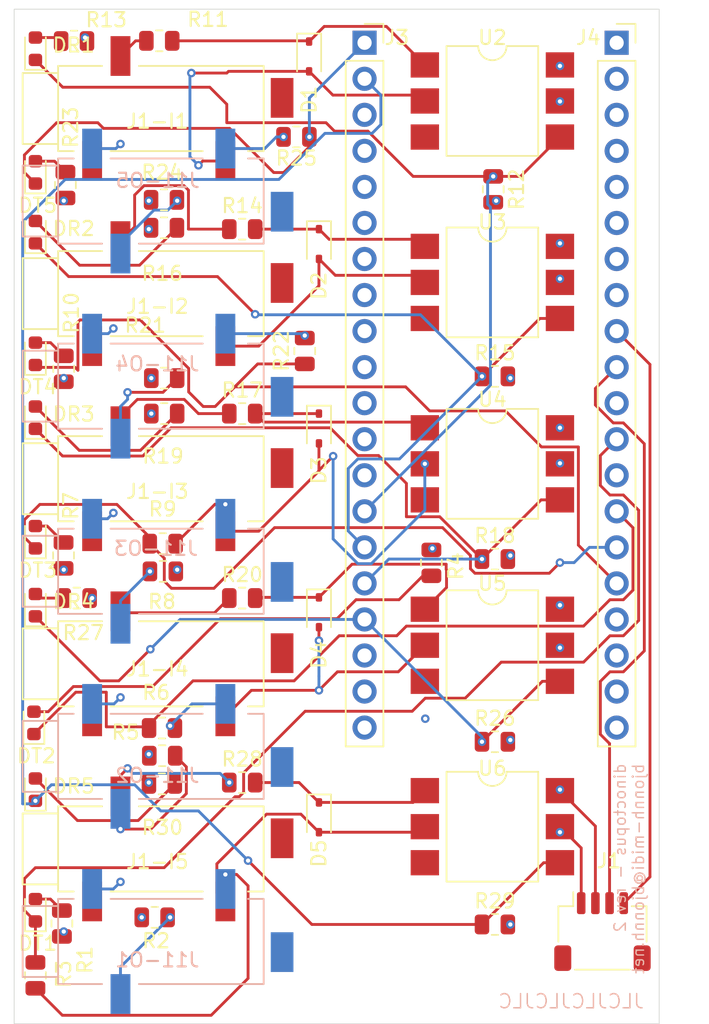
<source format=kicad_pcb>
(kicad_pcb (version 20240108) (generator "pcbnew") (generator_version "8.0")
  (layers (0 "F.Cu" signal) (1 "In1.Cu" signal) (2 "In2.Cu" signal) (31 "B.Cu" signal) (34 "B.Paste" user) (35 "F.Paste" user) (36 "B.SilkS" user "B.Silkscreen") (37 "F.SilkS" user "F.Silkscreen") (38 "B.Mask" user) (39 "F.Mask" user) (44 "Edge.Cuts" user))
  (net 0 "")
  (net 1 "Net-(D1-K)")
  (net 2 "Net-(D1-A)")
  (net 3 "Net-(D2-K)")
  (net 4 "Net-(D2-A)")
  (net 5 "Net-(D3-K)")
  (net 6 "Net-(D3-A)")
  (net 7 "Net-(D4-K)")
  (net 8 "Net-(D4-A)")
  (net 9 "Net-(D5-K)")
  (net 10 "Net-(D5-A)")
  (net 11 "+3V3")
  (net 12 "Net-(J11-O1-Pad3)")
  (net 13 "Net-(J11-O1-Pad2)")
  (net 14 "/Midi Output 1/TX")
  (net 15 "Net-(J11-O2-Pad3)")
  (net 16 "Net-(J11-O2-Pad2)")
  (net 17 "/Midi Output 2/TX")
  (net 18 "Net-(J11-O3-Pad3)")
  (net 19 "/Midi Output 3/TX")
  (net 20 "Net-(J11-O3-Pad2)")
  (net 21 "Net-(J11-O4-Pad3)")
  (net 22 "Net-(J11-O4-Pad2)")
  (net 23 "/Midi Output 4/TX")
  (net 24 "Net-(J11-O5-Pad3)")
  (net 25 "/Midi Output 5/TX")
  (net 26 "Net-(J11-O5-Pad2)")
  (net 27 "Net-(J1-I1-Pad3)")
  (net 28 "/MIDI input 1/RX")
  (net 29 "Net-(J1-I2-Pad3)")
  (net 30 "/MIDI input 2/RX")
  (net 31 "Net-(J1-I3-Pad3)")
  (net 32 "/MIDI input 3/RX")
  (net 33 "Net-(J1-I4-Pad3)")
  (net 34 "/MIDI input 4/RX")
  (net 35 "Net-(J1-I5-Pad3)")
  (net 36 "/MIDI input 5/RX")
  (net 37 "GND")
  (net 58 "Net-(DR1-A)")
  (net 59 "Net-(DR2-A)")
  (net 60 "Net-(DR3-A)")
  (net 61 "Net-(DR4-A)")
  (net 62 "Net-(DR5-A)")
  (net 63 "Net-(DT1-A)")
  (net 64 "Net-(DT2-A)")
  (net 65 "Net-(DT3-A)")
  (net 66 "Net-(DT4-A)")
  (net 67 "Net-(DT5-A)")
  (net 68 "Net-(J1-Pin_4)")
  (net 69 "Net-(J1-Pin_3)")
  (net 70 "Net-(J3-Pin_19)")
  (net 71 "Net-(J3-Pin_12)")
  (net 72 "Net-(J3-Pin_18)")
  (net 73 "Net-(J3-Pin_4)")
  (net 74 "Net-(J3-Pin_8)")
  (net 75 "Net-(J3-Pin_6)")
  (net 76 "Net-(J3-Pin_20)")
  (net 77 "Net-(J3-Pin_9)")
  (net 78 "Net-(J3-Pin_10)")
  (net 79 "Net-(J3-Pin_5)")
  (net 80 "Net-(J3-Pin_13)")
  (net 81 "Net-(J3-Pin_11)")
  (net 82 "Net-(J3-Pin_7)")
  (net 83 "Net-(J3-Pin_3)")
  (net 84 "Net-(J4-Pin_18)")
  (net 85 "Net-(J4-Pin_11)")
  (net 86 "Net-(J4-Pin_8)")
  (net 87 "Net-(J4-Pin_20)")
  (net 88 "Net-(J4-Pin_1)")
  (net 89 "Net-(J4-Pin_7)")
  (net 90 "Net-(J4-Pin_13)")
  (net 91 "Net-(J4-Pin_6)")
  (net 92 "Net-(J4-Pin_19)")
  (net 93 "Net-(J4-Pin_2)")
  (net 94 "Net-(J4-Pin_17)")
  (net 95 "Net-(J4-Pin_4)")
  (footprint "Resistor_SMD:R_0805_2012Metric" (layer "F.Cu") (at 30.725863 31.751227 180)
    (property "Reference" "R13")
    (property "Value" "2.2K")
  )
  (footprint "Resistor_SMD:R_0805_2012Metric" (layer "F.Cu") (at 37.0875 58)
    (property "Reference" "R19")
    (property "Value" "2.2K")
  )
  (footprint "Library:CUI_SJ-3524-SMT" (layer "F.Cu") (at 33.1 75.633332)
    (property "Reference" "J1-I4")
    (property "Value" "SJ-3524-SMT" (hide yes))
  )
  (footprint "Resistor_SMD:R_0805_2012Metric" (layer "F.Cu") (at 60.4125 94)
    (property "Reference" "R29")
    (property "Value" "470")
  )
  (footprint "Resistor_SMD:R_0805_2012Metric" (layer "F.Cu") (at 60.4125 55.375)
    (property "Reference" "R15")
    (property "Value" "470")
  )
  (footprint "Resistor_SMD:R_0805_2012Metric" (layer "F.Cu") (at 30.9125 71 180)
    (property "Reference" "R27")
    (property "Value" "2.2K")
  )
  (footprint "Resistor_SMD:R_0805_2012Metric" (layer "F.Cu") (at 37.069982 42.936895)
    (property "Reference" "R24")
    (property "Value" "33")
  )
  (footprint "Resistor_SMD:R_0805_2012Metric" (layer "F.Cu") (at 29.98436 67.992893 90)
    (property "Reference" "R7")
    (property "Value" "2.2K")
  )
  (footprint "Resistor_SMD:R_0805_2012Metric" (layer "F.Cu") (at 36.928922 80.158175)
    (property "Reference" "R6")
    (property "Value" "10")
  )
  (footprint "Diode_SMD:D_SOD-323" (layer "F.Cu") (at 47.306411 32.830718 -90)
    (property "Reference" "D1")
    (property "Value" "1N4148WS")
  )
  (footprint "Library:rx_with_light_pipe" (layer "F.Cu") (at 28 71.5 90)
    (property "Reference" "DR4")
    (property "Value" "LED")
  )
  (footprint "Library:rx_with_light_pipe" (layer "F.Cu") (at 28 45.2125 90)
    (property "Reference" "DR2")
    (property "Value" "LED")
  )
  (footprint "Library:rx_with_light_pipe" (layer "F.Cu") (at 28 58.2875 90)
    (property "Reference" "DR3")
    (property "Value" "LED")
  )
  (footprint "Package_DIP:SMDIP-6_W9.53mm" (layer "F.Cu") (at 60.235 87.11)
    (property "Reference" "U6")
    (property "Value" "H11L1")
  )
  (footprint "Resistor_SMD:R_0805_2012Metric" (layer "F.Cu") (at 36.990603 69.120171 180)
    (property "Reference" "R8")
    (property "Value" "33")
  )
  (footprint "Diode_SMD:D_SOD-323" (layer "F.Cu") (at 48 46.05 -90)
    (property "Reference" "D2")
    (property "Value" "1N4148WS")
  )
  (footprint "Library:CUI_SJ-3524-SMT" (layer "F.Cu") (at 33.1 36.5)
    (property "Reference" "J1-I1")
    (property "Value" "SJ-3524-SMT" (hide yes))
  )
  (footprint "Connector_PinSocket_2.54mm:PinSocket_1x20_P2.54mm_Vertical" (layer "F.Cu") (at 69 31.866932)
    (property "Reference" "J4")
    (property "Value" "Conn_01x20_Pin")
  )
  (footprint "Diode_SMD:D_SOD-323" (layer "F.Cu") (at 48 59.05 -90)
    (property "Reference" "D3")
    (property "Value" "1N4148WS")
  )
  (footprint "Resistor_SMD:R_0805_2012Metric" (layer "F.Cu") (at 47 53.5875 90)
    (property "Reference" "R22")
    (property "Value" "10")
  )
  (footprint "Library:rx_with_light_pipe" (layer "F.Cu") (at 28 32.2875 90)
    (property "Reference" "DR1")
    (property "Value" "LED")
  )
  (footprint "Resistor_SMD:R_0805_2012Metric" (layer "F.Cu") (at 36.976655 67.165349)
    (property "Reference" "R9")
    (property "Value" "10")
  )
  (footprint "Resistor_SMD:R_0805_2012Metric" (layer "F.Cu") (at 37.069982 44.906343)
    (property "Reference" "R16")
    (property "Value" "2.2K")
  )
  (footprint "Resistor_SMD:R_0805_2012Metric" (layer "F.Cu") (at 29.86859 93.93296 90)
    (property "Reference" "R1")
    (property "Value" "2.2K")
  )
  (footprint "Library:tx_with_light_pipe" (layer "F.Cu") (at 27.895079 79.794702 90)
    (property "Reference" "DT2")
    (property "Value" "LED")
  )
  (footprint "Library:tx_with_light_pipe" (layer "F.Cu") (at 28 93 90)
    (property "Reference" "DT1")
    (property "Value" "LED")
  )
  (footprint "Resistor_SMD:R_0805_2012Metric" (layer "F.Cu") (at 28 97.5875 -90)
    (property "Reference" "R3")
    (property "Value" "10")
  )
  (footprint "Diode_SMD:D_SOD-323" (layer "F.Cu") (at 48 72 -90)
    (property "Reference" "D4")
    (property "Value" "1N4148WS")
  )
  (footprint "Library:rx_with_light_pipe" (layer "F.Cu") (at 28 84.5 90)
    (property "Reference" "DR5")
    (property "Value" "LED")
  )
  (footprint "Package_DIP:SMDIP-6_W9.53mm" (layer "F.Cu") (at 60.235 35.97)
    (property "Reference" "U2")
    (property "Value" "H11L1")
  )
  (footprint "Resistor_SMD:R_0805_2012Metric" (layer "F.Cu") (at 42.5875 71)
    (property "Reference" "R20")
    (property "Value" "220")
  )
  (footprint "Resistor_SMD:R_0805_2012Metric" (layer "F.Cu") (at 42.5875 45)
    (property "Reference" "R14")
    (property "Value" "220")
  )
  (footprint "Resistor_SMD:R_0805_2012Metric" (layer "F.Cu") (at 29.997278 54.842517 90)
    (property "Reference" "R10")
    (property "Value" "2.2K")
  )
  (footprint "Package_DIP:SMDIP-6_W9.53mm" (layer "F.Cu") (at 60.235 48.755)
    (property "Reference" "U3")
    (property "Value" "H11L1")
  )
  (footprint "Package_DIP:SMDIP-6_W9.53mm" (layer "F.Cu") (at 60.235 74.325)
    (property "Reference" "U5")
    (property "Value" "H11L1")
  )
  (footprint "Library:CUI_SJ-3524-SMT" (layer "F.Cu") (at 33.1 49.544444)
    (property "Reference" "J1-I2")
    (property "Value" "SJ-3524-SMT" (hide yes))
  )
  (footprint "Resistor_SMD:R_0805_2012Metric" (layer "F.Cu") (at 46.4125 38.5 180)
    (property "Reference" "R25")
    (property "Value" "10")
  )
  (footprint "Connector_PinSocket_2.54mm:PinSocket_1x20_P2.54mm_Vertical" (layer "F.Cu") (at 51.217784 31.865663)
    (property "Reference" "J3")
    (property "Value" "Conn_01x20_Pin")
  )
  (footprint "Library:tx_with_light_pipe" (layer "F.Cu") (at 28 66.7125 90)
    (property "Reference" "DT3")
    (property "Value" "LED")
  )
  (footprint "Resistor_SMD:R_0805_2012Metric" (layer "F.Cu") (at 42.5875 58)
    (property "Reference" "R17")
    (property "Value" "220")
  )
  (footprint "Resistor_SMD:R_0805_2012Metric" (layer "F.Cu") (at 36.920993 84.091404)
    (property "Reference" "R30")
    (property "Value" "2.2K")
  )
  (footprint "Resistor_SMD:R_0805_2012Metric" (layer "F.Cu") (at 55.932088 68.518158 -90)
    (property "Reference" "R4")
    (property "Value" "2.2K")
  )
  (footprint "Diode_SMD:D_SOD-323" (layer "F.Cu") (at 48 86.45 -90)
    (property "Reference" "D5")
    (property "Value" "1N4148WS")
  )
  (footprint "Resistor_SMD:R_0805_2012Metric" (layer "F.Cu") (at 36.738197 31.730496)
    (property "Reference" "R11")
    (property "Value" "220")
  )
  (footprint "Resistor_SMD:R_0805_2012Metric" (layer "F.Cu") (at 37.0875 55.5)
    (property "Reference" "R21")
    (property "Value" "33")
  )
  (footprint "Library:tx_with_light_pipe" (layer "F.Cu") (at 28 41 90)
    (property "Reference" "DT5")
    (property "Value" "LED")
  )
  (footprint "Library:CUI_SJ-3524-SMT" (layer "F.Cu") (at 33.1 88.677776)
    (property "Reference" "J1-I5")
    (property "Value" "SJ-3524-SMT" (hide yes))
  )
  (footprint "Resistor_SMD:R_0805_2012Metric" (layer "F.Cu") (at 60.4125 68.25)
    (property "Reference" "R18")
    (property "Value" "470")
  )
  (footprint "Library:CUI_SJ-3524-SMT" (layer "F.Cu") (at 33.1 62.588888)
    (property "Reference" "J1-I3")
    (property "Value" "SJ-3524-SMT" (hide yes))
  )
  (footprint "Resistor_SMD:R_0805_2012Metric" (layer "F.Cu") (at 42.5875 84)
    (property "Reference" "R28")
    (property "Value" "220")
  )
  (footprint "Resistor_SMD:R_0805_2012Metric" (layer "F.Cu") (at 60.292328 42.196684 -90)
    (property "Reference" "R12")
    (property "Value" "470")
  )
  (footprint "Library:tx_with_light_pipe" (layer "F.Cu") (at 28 53.7875 90)
    (property "Reference" "DT4")
    (property "Value" "LED")
  )
  (footprint "Package_DIP:SMDIP-6_W9.53mm" (layer "F.Cu") (at 60.235 61.54)
    (property "Reference" "U4")
    (property "Value" "H11L1")
  )
  (footprint "Resistor_SMD:R_0805_2012Metric" (layer "F.Cu") (at 36.4125 93.5)
    (property "Reference" "R2")
    (property "Value" "33")
  )
  (footprint "Resistor_SMD:R_0805_2012Metric" (layer "F.Cu") (at 30.115931 41.893554 90)
    (property "Reference" "R23")
    (property "Value" "2.2K")
  )
  (footprint "Resistor_SMD:R_0805_2012Metric" (layer "F.Cu") (at 36.945987 82.108547)
    (property "Reference" "R5")
    (property "Value" "33")
  )
  (footprint "Library:JST_SH_SM04B-SRSS-TB_1x04-1MP_P1.00mm_Horizontal" (layer "F.Cu") (at 68 94.5)
    (property "Reference" "J1")
    (property "Value" "Conn_01x04_Socket")
  )
  (footprint "Resistor_SMD:R_0805_2012Metric" (layer "F.Cu") (at 60.4125 81.125)
    (property "Reference" "R26")
    (property "Value" "470")
  )
  (footprint "Library:CUI_SJ-3524-SMT" (layer "B.Cu") (at 33.1 43.022222)
    (property "Reference" "J11-O5")
    (property "Value" "SJ-3524-SMT" (hide yes))
  )
  (footprint "Library:CUI_SJ-3524-SMT" (layer "B.Cu") (at 33.1 56.066666)
    (property "Reference" "J11-O4")
    (property "Value" "SJ-3524-SMT" (hide yes))
  )
  (footprint "Library:CUI_SJ-3524-SMT" (layer "B.Cu") (at 33.1 69.11111)
    (property "Reference" "J11-O3")
    (property "Value" "SJ-3524-SMT" (hide yes))
  )
  (footprint "Library:CUI_SJ-3524-SMT" (layer "B.Cu") (at 33.1 95.199998)
    (property "Reference" "J11-O1")
    (property "Value" "SJ-3524-SMT" (hide yes))
  )
  (footprint "Library:CUI_SJ-3524-SMT" (layer "B.Cu") (at 33.1 82.155554)
    (property "Reference" "J11-O2")
    (property "Value" "SJ-3524-SMT" (hide yes))
  )
  (gr_rect (start 26.5 29.5) (end 72 101) (stroke (width 0.05)) (fill none) (layer "Edge.Cuts"))
  (gr_text "JLCJLCJLCJLC" (at 71 100 0) (layer "B.SilkS") (effects (font (size 1 1) (thickness 0.1)) (justify left bottom mirror)))
  (gr_text "dinoctopus - rev 2\nbjonnh-midi@bjonnh.net" (at 71 82.6 90) (layer "B.SilkS") (effects (font (size 0.8 0.8) (thickness 0.1)) (justify left bottom mirror)))
  (segment (start 48.371466 30.715663) (end 52.755663 30.715663) (width 0.2) (layer "F.Cu") (net 1))
  (segment (start 52.755663 30.715663) (end 55.47 33.43) (width 0.2) (layer "F.Cu") (net 1))
  (segment (start 47.306411 31.780718) (end 48.371466 30.715663) (width 0.2) (layer "F.Cu") (net 1))
  (segment (start 37.650697 31.730496) (end 47.256189 31.730496) (width 0.2) (layer "F.Cu") (net 1))
  (segment (start 47.256189 31.730496) (end 47.306411 31.780718) (width 0.2) (layer "F.Cu") (net 1))
  (segment (start 47.306411 33.880718) (end 41.619282 33.880718) (width 0.2) (layer "F.Cu") (net 2))
  (segment (start 39.5 40.5) (end 39.8 40.2) (width 0.2) (layer "F.Cu") (net 2))
  (segment (start 41.5 34) (end 39 34) (width 0.2) (layer "F.Cu") (net 2))
  (segment (start 41.619282 33.880718) (end 41.5 34) (width 0.2) (layer "F.Cu") (net 2))
  (segment (start 39.8 40.2) (end 41.4 40.2) (width 0.2) (layer "F.Cu") (net 2))
  (segment (start 48.981356 35.555663) (end 47.306411 33.880718) (width 0.2) (layer "F.Cu") (net 2))
  (segment (start 55.47 35.97) (end 55.055663 35.555663) (width 0.2) (layer "F.Cu") (net 2))
  (segment (start 55.055663 35.555663) (end 48.981356 35.555663) (width 0.2) (layer "F.Cu") (net 2))
  (via (at 39 34) (size 0.6) (drill 0.3) (layers "F.Cu" "B.Cu") (net 2))
  (via (at 39.5 40.5) (size 0.6) (drill 0.3) (layers "F.Cu" "B.Cu") (net 2))
  (segment (start 38.9 34.1) (end 38.9 39.9) (width 0.2) (layer "B.Cu") (net 2))
  (segment (start 39 34) (end 38.9 34.1) (width 0.2) (layer "B.Cu") (net 2))
  (segment (start 38.9 39.9) (end 39.5 40.5) (width 0.2) (layer "B.Cu") (net 2))
  (segment (start 54.970663 45.715663) (end 55.47 46.215) (width 0.2) (layer "F.Cu") (net 3))
  (segment (start 48.715663 45.715663) (end 54.970663 45.715663) (width 0.2) (layer "F.Cu") (net 3))
  (segment (start 43.5 45) (end 48 45) (width 0.2) (layer "F.Cu") (net 3))
  (segment (start 48 45) (end 48.715663 45.715663) (width 0.2) (layer "F.Cu") (net 3))
  (segment (start 43.75 53.244444) (end 41.4 53.244444) (width 0.2) (layer "F.Cu") (net 4))
  (segment (start 49.155663 48.255663) (end 54.970663 48.255663) (width 0.2) (layer "F.Cu") (net 4))
  (segment (start 48 48.994444) (end 43.75 53.244444) (width 0.2) (layer "F.Cu") (net 4))
  (segment (start 54.970663 48.255663) (end 55.47 48.755) (width 0.2) (layer "F.Cu") (net 4))
  (segment (start 48 47.1) (end 48 48.994444) (width 0.2) (layer "F.Cu") (net 4))
  (segment (start 48 47.1) (end 49.155663 48.255663) (width 0.2) (layer "F.Cu") (net 4))
  (segment (start 43.5 58) (end 44.1 58.6) (width 0.2) (layer "F.Cu") (net 5))
  (segment (start 43.5 58) (end 48 58) (width 0.2) (layer "F.Cu") (net 5))
  (segment (start 44.1 58.6) (end 55.07 58.6) (width 0.2) (layer "F.Cu") (net 5))
  (segment (start 55.07 58.6) (end 55.47 59) (width 0.2) (layer "F.Cu") (net 5))
  (segment (start 48 62) (end 48 60.1) (width 0.2) (layer "F.Cu") (net 6))
  (segment (start 41.4 66.288888) (end 43.75 66.288888) (width 0.2) (layer "F.Cu") (net 6))
  (segment (start 43.75 66.288888) (end 48 62.038888) (width 0.2) (layer "F.Cu") (net 6))
  (segment (start 48 62) (end 49 61) (width 0.2) (layer "F.Cu") (net 6))
  (segment (start 48 62.038888) (end 48 62) (width 0.2) (layer "F.Cu") (net 6))
  (via (at 49 61) (size 0.6) (drill 0.3) (layers "F.Cu" "B.Cu") (net 6))
  (via (at 55.47 61.54) (size 0.6) (drill 0.3) (layers "F.Cu" "B.Cu") (net 6))
  (segment (start 51.69413 68.575663) (end 55.47 64.799793) (width 0.2) (layer "B.Cu") (net 6))
  (segment (start 49 66.834225) (end 50.741438 68.575663) (width 0.2) (layer "B.Cu") (net 6))
  (segment (start 55.47 64.799793) (end 55.47 61.54) (width 0.2) (layer "B.Cu") (net 6))
  (segment (start 50.741438 68.575663) (end 51.69413 68.575663) (width 0.2) (layer "B.Cu") (net 6))
  (segment (start 49 61) (end 49 66.834225) (width 0.2) (layer "B.Cu") (net 6))
  (segment (start 56.97394 68.976696) (end 57 69.002756) (width 0.2) (layer "F.Cu") (net 7))
  (segment (start 43.5 71) (end 44 71) (width 0.2) (layer "F.Cu") (net 7))
  (segment (start 56.97394 68.612284) (end 56.97394 68.976696) (width 0.2) (layer "F.Cu") (net 7))
  (segment (start 48 70.95) (end 50.337716 68.612284) (width 0.2) (layer "F.Cu") (net 7))
  (segment (start 44 71) (end 44.05 70.95) (width 0.2) (layer "F.Cu") (net 7))
  (segment (start 57 70.255) (end 55.47 71.785) (width 0.2) (layer "F.Cu") (net 7))
  (segment (start 50.337716 68.612284) (end 56.97394 68.612284) (width 0.2) (layer "F.Cu") (net 7))
  (segment (start 57 69.002756) (end 57 70.255) (width 0.2) (layer "F.Cu") (net 7))
  (segment (start 44.05 70.95) (end 48 70.95) (width 0.2) (layer "F.Cu") (net 7))
  (segment (start 49.304337 76.195663) (end 48 77.5) (width 0.2) (layer "F.Cu") (net 8))
  (segment (start 48 74) (end 48 73.05) (width 0.2) (layer "F.Cu") (net 8))
  (segment (start 55.47 74.325) (end 53.599337 76.195663) (width 0.2) (layer "F.Cu") (net 8))
  (segment (start 53.599337 76.195663) (end 49.304337 76.195663) (width 0.2) (layer "F.Cu") (net 8))
  (segment (start 41.4 79.333332) (end 43.233332 77.5) (width 0.2) (layer "F.Cu") (net 8))
  (segment (start 43.233332 77.5) (end 48 77.5) (width 0.2) (layer "F.Cu") (net 8))
  (via (at 48 74) (size 0.6) (drill 0.3) (layers "F.Cu" "B.Cu") (net 8))
  (via (at 48 77.5) (size 0.6) (drill 0.3) (layers "F.Cu" "B.Cu") (net 8))
  (segment (start 48 76.5) (end 48 74) (width 0.2) (layer "B.Cu") (net 8))
  (segment (start 48 77.5) (end 48 76.5) (width 0.2) (layer "B.Cu") (net 8))
  (segment (start 46.6 84) (end 48 85.4) (width 0.2) (layer "F.Cu") (net 9))
  (segment (start 54.64 85.4) (end 55.47 84.57) (width 0.2) (layer "F.Cu") (net 9))
  (segment (start 48 85.4) (end 54.64 85.4) (width 0.2) (layer "F.Cu") (net 9))
  (segment (start 43.5 84) (end 46.6 84) (width 0.2) (layer "F.Cu") (net 9))
  (segment (start 40.8 91.777776) (end 41.4 92.377776) (width 0.2) (layer "F.Cu") (net 10))
  (segment (start 48 87.5) (end 55.08 87.5) (width 0.2) (layer "F.Cu") (net 10))
  (segment (start 44.3 86.227776) (end 40.8 89.727776) (width 0.2) (layer "F.Cu") (net 10))
  (segment (start 48 87.5) (end 46.727776 86.227776) (width 0.2) (layer "F.Cu") (net 10))
  (segment (start 55.08 87.5) (end 55.47 87.11) (width 0.2) (layer "F.Cu") (net 10))
  (segment (start 40.8 89.727776) (end 40.8 91.777776) (width 0.2) (layer "F.Cu") (net 10))
  (segment (start 46.727776 86.227776) (end 44.3 86.227776) (width 0.2) (layer "F.Cu") (net 10))
  (segment (start 30.115931 42.884069) (end 30 43) (width 0.2) (layer "F.Cu") (net 11))
  (segment (start 36.063105 42.936895) (end 36 43) (width 0.2) (layer "F.Cu") (net 11))
  (segment (start 65 33.43) (end 65 33.5) (width 0.2) (layer "F.Cu") (net 11))
  (segment (start 36.033487 82.108547) (end 36.033487 82.033487) (width 0.2) (layer "F.Cu") (net 11))
  (segment (start 56 67.675) (end 56 67.5) (width 0.2) (layer "F.Cu") (net 11))
  (segment (start 65 71.785) (end 65 71.5) (width 0.2) (layer "F.Cu") (net 11))
  (segment (start 36.008493 84.008493) (end 36 84) (width 0.2) (layer "F.Cu") (net 11))
  (segment (start 65 84.57) (end 67.5 87.07) (width 0.2) (layer "F.Cu") (net 11))
  (segment (start 61.375 81.125) (end 61.5 81) (width 0.2) (layer "F.Cu") (net 11))
  (segment (start 31.825 71) (end 32 71) (width 0.2) (layer "F.Cu") (net 11))
  (segment (start 60.292328 43.109184) (end 60.390816 43.109184) (width 0.2) (layer "F.Cu") (net 11))
  (segment (start 37.903103 69.120171) (end 37.903103 69.096897) (width 0.2) (layer "F.Cu") (net 11))
  (segment (start 61.325 68.25) (end 61.325 68.175) (width 0.2) (layer "F.Cu") (net 11))
  (segment (start 37.903103 69.096897) (end 38 69) (width 0.2) (layer "F.Cu") (net 11))
  (segment (start 29.86859 94.63141) (end 30 94.5) (width 0.2) (layer "F.Cu") (net 11))
  (segment (start 29.86859 94.84546) (end 29.86859 94.63141) (width 0.2) (layer "F.Cu") (net 11))
  (segment (start 36.093657 44.906343) (end 36 45) (width 0.2) (layer "F.Cu") (net 11))
  (segment (start 61.325 68.175) (end 61.5 68) (width 0.2) (layer "F.Cu") (net 11))
  (segment (start 29.997278 55.755017) (end 29.997278 55.502722) (width 0.2) (layer "F.Cu") (net 11))
  (segment (start 61.375 55.375) (end 61.5 55.5) (width 0.2) (layer "F.Cu") (net 11))
  (segment (start 67.5 87.07) (end 67.5 92.5) (width 0.2) (layer "F.Cu") (net 11))
  (segment (start 31.638363 31.638363) (end 31.5 31.5) (width 0.2) (layer "F.Cu") (net 11))
  (segment (start 29.98436 68.905393) (end 29.98436 68.98436) (width 0.2) (layer "F.Cu") (net 11))
  (segment (start 36.008493 84.091404) (end 36.008493 84.008493) (width 0.2) (layer "F.Cu") (net 11))
  (segment (start 55.5 79.675) (end 55.5 79.5) (width 0.2) (layer "F.Cu") (net 11))
  (segment (start 36.033487 82.033487) (end 36 82) (width 0.2) (layer "F.Cu") (net 11))
  (segment (start 30.115931 42.806054) (end 30.115931 42.884069) (width 0.2) (layer "F.Cu") (net 11))
  (segment (start 60.390816 43.109184) (end 60.5 43) (width 0.2) (layer "F.Cu") (net 11))
  (segment (start 61.325 55.375) (end 61.375 55.375) (width 0.2) (layer "F.Cu") (net 11))
  (segment (start 61.325 81.125) (end 61.375 81.125) (width 0.2) (layer "F.Cu") (net 11))
  (segment (start 36.157482 42.936895) (end 36.063105 42.936895) (width 0.2) (layer "F.Cu") (net 11))
  (segment (start 31.638363 31.751227) (end 31.638363 31.638363) (width 0.2) (layer "F.Cu") (net 11))
  (segment (start 61.325 94) (end 61.5 94) (width 0.2) (layer "F.Cu") (net 11))
  (segment (start 65 84.57) (end 65 84.5) (width 0.2) (layer "F.Cu") (net 11))
  (segment (start 36.157482 44.906343) (end 36.093657 44.906343) (width 0.2) (layer "F.Cu") (net 11))
  (segment (start 65 46.215) (end 65 46) (width 0.2) (layer "F.Cu") (net 11))
  (segment (start 29.98436 68.98436) (end 30 69) (width 0.2) (layer "F.Cu") (net 11))
  (segment (start 29.997278 55.502722) (end 30 55.5) (width 0.2) (layer "F.Cu") (net 11))
  (via (at 30 43) (size 0.6) (drill 0.3) (layers "F.Cu" "B.Cu") (net 11))
  (via (at 36 45) (size 0.6) (drill 0.3) (layers "F.Cu" "B.Cu") (net 11))
  (via (at 36.175 58) (size 0.6) (drill 0.3) (layers "F.Cu" "B.Cu") (net 11))
  (via (at 31.5 31.5) (size 0.6) (drill 0.3) (layers "F.Cu" "B.Cu") (net 11))
  (via (at 35.5 93.5) (size 0.6) (drill 0.3) (layers "F.Cu" "B.Cu") (net 11))
  (via (at 32 71) (size 0.6) (drill 0.3) (layers "F.Cu" "B.Cu") (net 11))
  (via (at 65 33.5) (size 0.6) (drill 0.3) (layers "F.Cu" "B.Cu") (net 11))
  (via (at 61.5 94) (size 0.6) (drill 0.3) (layers "F.Cu" "B.Cu") (net 11))
  (via (at 61.5 81) (size 0.6) (drill 0.3) (layers "F.Cu" "B.Cu") (net 11))
  (via (at 55.5 79.5) (size 0.6) (drill 0.3) (layers "F.Cu" "B.Cu") (net 11))
  (via (at 65 71.5) (size 0.6) (drill 0.3) (layers "F.Cu" "B.Cu") (net 11))
  (via (at 65 46) (size 0.6) (drill 0.3) (layers "F.Cu" "B.Cu") (net 11))
  (via (at 36 82) (size 0.6) (drill 0.3) (layers "F.Cu" "B.Cu") (net 11))
  (via (at 38 69) (size 0.6) (drill 0.3) (layers "F.Cu" "B.Cu") (net 11))
  (via (at 61.5 55.5) (size 0.6) (drill 0.3) (layers "F.Cu" "B.Cu") (net 11))
  (via (at 30 55.5) (size 0.6) (drill 0.3) (layers "F.Cu" "B.Cu") (net 11))
  (via (at 65 84.5) (size 0.6) (drill 0.3) (layers "F.Cu" "B.Cu") (net 11))
  (via (at 30 69) (size 0.6) (drill 0.3) (layers "F.Cu" "B.Cu") (net 11))
  (via (at 65 59) (size 0.6) (drill 0.3) (layers "F.Cu" "B.Cu") (net 11))
  (via (at 60.5 43) (size 0.6) (drill 0.3) (layers "F.Cu" "B.Cu") (net 11))
  (via (at 36 43) (size 0.6) (drill 0.3) (layers "F.Cu" "B.Cu") (net 11))
  (via (at 36.175 55.5) (size 0.6) (drill 0.3) (layers "F.Cu" "B.Cu") (net 11))
  (via (at 56 67.5) (size 0.6) (drill 0.3) (layers "F.Cu" "B.Cu") (net 11))
  (via (at 30 94.5) (size 0.6) (drill 0.3) (layers "F.Cu" "B.Cu") (net 11))
  (via (at 36 84) (size 0.6) (drill 0.3) (layers "F.Cu" "B.Cu") (net 11))
  (via (at 61.5 68) (size 0.6) (drill 0.3) (layers "F.Cu" "B.Cu") (net 11))
  (segment (start 37.325 93.5) (end 37.5 93.5) (width 0.2) (layer "F.Cu") (net 12))
  (via (at 37.5 93.5) (size 0.6) (drill 0.3) (layers "F.Cu" "B.Cu") (net 12))
  (segment (start 37.5 93.5) (end 34 97) (width 0.2) (layer "B.Cu") (net 12))
  (segment (start 34 97) (end 34 98.899998) (width 0.2) (layer "B.Cu") (net 12))
  (segment (start 43 91.277776) (end 42.199998 90.477774) (width 0.2) (layer "F.Cu") (net 13))
  (segment (start 28 98.5) (end 29.9 100.4) (width 0.2) (layer "F.Cu") (net 13))
  (segment (start 42.199998 90.477774) (end 41.4 90.477774) (width 0.2) (layer "F.Cu") (net 13))
  (segment (start 43 97.8) (end 43 91.277776) (width 0.2) (layer "F.Cu") (net 13))
  (segment (start 29.9 100.4) (end 40.4 100.4) (width 0.2) (layer "F.Cu") (net 13))
  (segment (start 40.4 100.4) (end 43 97.8) (width 0.2) (layer "F.Cu") (net 13))
  (via (at 41.4 90.477774) (size 0.6) (drill 0.3) (layers "F.Cu" "B.Cu") (net 13))
  (segment (start 69.476346 63.736932) (end 68.523654 63.736932) (width 0.2) (layer "F.Cu") (net 14))
  (segment (start 70.55 72.583278) (end 70.55 64.810586) (width 0.2) (layer "F.Cu") (net 14))
  (segment (start 66.665586 75.515) (end 68.523654 73.656932) (width 0.2) (layer "F.Cu") (net 14))
  (segment (start 58.32 78.055) (end 60.86 75.515) (width 0.2) (layer "F.Cu") (net 14))
  (segment (start 67.85 60.956932) (end 69 59.806932) (width 0.2) (layer "F.Cu") (net 14))
  (segment (start 68.523654 63.736932) (end 67.85 63.063278) (width 0.2) (layer "F.Cu") (net 14))
  (segment (start 28 90) (end 37.08072 90) (width 0.2) (layer "F.Cu") (net 14))
  (segment (start 42.08072 85) (end 42.372244 85) (width 0.2) (layer "F.Cu") (net 14))
  (segment (start 27.225 90.775) (end 28 90) (width 0.2) (layer "F.Cu") (net 14))
  (segment (start 70.55 64.810586) (end 69.476346 63.736932) (width 0.2) (layer "F.Cu") (net 14))
  (segment (start 47.027093 78.975663) (end 54.579337 78.975663) (width 0.2) (layer "F.Cu") (net 14))
  (segment (start 42.6875 83.315256) (end 47.027093 78.975663) (width 0.2) (layer "F.Cu") (net 14))
  (segment (start 37.08072 90) (end 42.08072 85) (width 0.2) (layer "F.Cu") (net 14))
  (segment (start 28 93.7875) (end 27.225 93.0125) (width 0.2) (layer "F.Cu") (net 14))
  (segment (start 67.85 63.063278) (end 67.85 60.956932) (width 0.2) (layer "F.Cu") (net 14))
  (segment (start 69.476346 73.656932) (end 70.55 72.583278) (width 0.2) (layer "F.Cu") (net 14))
  (segment (start 42.6875 84.684744) (end 42.6875 83.315256) (width 0.2) (layer "F.Cu") (net 14))
  (segment (start 28 93.7875) (end 28 96.675) (width 0.2) (layer "F.Cu") (net 14))
  (segment (start 27.225 93.0125) (end 27.225 90.775) (width 0.2) (layer "F.Cu") (net 14))
  (segment (start 68.523654 73.656932) (end 69.476346 73.656932) (width 0.2) (layer "F.Cu") (net 14))
  (segment (start 54.579337 78.975663) (end 55.5 78.055) (width 0.2) (layer "F.Cu") (net 14))
  (segment (start 60.86 75.515) (end 66.665586 75.515) (width 0.2) (layer "F.Cu") (net 14))
  (segment (start 42.372244 85) (end 42.6875 84.684744) (width 0.2) (layer "F.Cu") (net 14))
  (segment (start 55.5 78.055) (end 58.32 78.055) (width 0.2) (layer "F.Cu") (net 14))
  (segment (start 37.858487 82.108547) (end 38.645993 82.896053) (width 0.2) (layer "F.Cu") (net 15))
  (segment (start 36.144365 87.277776) (end 34 87.277776) (width 0.2) (layer "F.Cu") (net 15))
  (segment (start 38.645993 82.896053) (end 38.645993 84.776148) (width 0.2) (layer "F.Cu") (net 15))
  (segment (start 38.645993 84.776148) (end 36.144365 87.277776) (width 0.2) (layer "F.Cu") (net 15))
  (via (at 34 87.277776) (size 0.6) (drill 0.3) (layers "F.Cu" "B.Cu") (net 15))
  (segment (start 37.696424 80.075215) (end 37.575215 80.075215) (width 0.2) (layer "F.Cu") (net 16))
  (segment (start 37.575215 80.075215) (end 37.5 80) (width 0.2) (layer "F.Cu") (net 16))
  (via (at 37.5 80) (size 0.6) (drill 0.3) (layers "F.Cu" "B.Cu") (net 16))
  (segment (start 37.5 80) (end 39.044446 78.455554) (width 0.2) (layer "B.Cu") (net 16))
  (segment (start 39.044446 78.455554) (end 41.4 78.455554) (width 0.2) (layer "B.Cu") (net 16))
  (segment (start 33 77.633332) (end 30.843949 77.633332) (width 0.2) (layer "F.Cu") (net 17))
  (segment (start 54.17 72.975) (end 66.665586 72.975) (width 0.2) (layer "F.Cu") (net 17))
  (segment (start 33 80.075215) (end 33 77.633332) (width 0.2) (layer "F.Cu") (net 17))
  (segment (start 30.843949 77.633332) (end 27.895079 80.582202) (width 0.2) (layer "F.Cu") (net 17))
  (segment (start 68.523654 71.116932) (end 69.476346 71.116932) (width 0.2) (layer "F.Cu") (net 17))
  (segment (start 66.665586 72.975) (end 68.523654 71.116932) (width 0.2) (layer "F.Cu") (net 17))
  (segment (start 35.871424 80.075215) (end 33 80.075215) (width 0.2) (layer "F.Cu") (net 17))
  (segment (start 35.871424 80.075215) (end 39.113307 76.833332) (width 0.2) (layer "F.Cu") (net 17))
  (segment (start 49.427669 73.655663) (end 53.489337 73.655663) (width 0.2) (layer "F.Cu") (net 17))
  (segment (start 53.489337 73.655663) (end 54.17 72.975) (width 0.2) (layer "F.Cu") (net 17))
  (segment (start 70.15 66.036932) (end 69 64.886932) (width 0.2) (layer "F.Cu") (net 17))
  (segment (start 46.25 76.833332) (end 49.427669 73.655663) (width 0.2) (layer "F.Cu") (net 17))
  (segment (start 70.15 70.443278) (end 70.15 66.036932) (width 0.2) (layer "F.Cu") (net 17))
  (segment (start 69.476346 71.116932) (end 70.15 70.443278) (width 0.2) (layer "F.Cu") (net 17))
  (segment (start 39.113307 76.833332) (end 46.25 76.833332) (width 0.2) (layer "F.Cu") (net 17))
  (segment (start 36.078103 69.120171) (end 36.078103 69.078103) (width 0.2) (layer "F.Cu") (net 18))
  (segment (start 36.078103 69.078103) (end 36 69) (width 0.2) (layer "F.Cu") (net 18))
  (via (at 36.078103 69.120171) (size 0.6) (drill 0.3) (layers "F.Cu" "B.Cu") (net 18))
  (segment (start 34 72.81111) (end 34 71.198274) (width 0.2) (layer "B.Cu") (net 18))
  (segment (start 34 71.198274) (end 36.078103 69.120171) (width 0.2) (layer "B.Cu") (net 18))
  (segment (start 27.225 65.485314) (end 28.310314 64.4) (width 0.2) (layer "F.Cu") (net 19))
  (segment (start 64.25 69.25) (end 65 68.5) (width 0.2) (layer "F.Cu") (net 19))
  (segment (start 27.225 66.725) (end 27.225 65.485314) (width 0.2) (layer "F.Cu") (net 19))
  (segment (start 40.597056 70.31111) (end 44.872503 66.035663) (width 0.2) (layer "F.Cu") (net 19))
  (segment (start 56.719977 66.035663) (end 58.6875 68.003186) (width 0.2) (layer "F.Cu") (net 19))
  (segment (start 33.748529 64.4) (end 36.064155 66.715626) (width 0.2) (layer "F.Cu") (net 19))
  (segment (start 28.310314 64.4) (end 33.748529 64.4) (width 0.2) (layer "F.Cu") (net 19))
  (segment (start 58.6875 68.934744) (end 59.002756 69.25) (width 0.2) (layer "F.Cu") (net 19))
  (segment (start 44.872503 66.035663) (end 56.719977 66.035663) (width 0.2) (layer "F.Cu") (net 19))
  (segment (start 36.064155 66.715626) (end 36.064155 67.165349) (width 0.2) (layer "F.Cu") (net 19))
  (segment (start 37.090603 69.804915) (end 37.596798 70.31111) (width 0.2) (layer "F.Cu") (net 19))
  (segment (start 37.090603 68.191797) (end 37.090603 69.804915) (width 0.2) (layer "F.Cu") (net 19))
  (segment (start 37.596798 70.31111) (end 40.597056 70.31111) (width 0.2) (layer "F.Cu") (net 19))
  (segment (start 59.002756 69.25) (end 64.25 69.25) (width 0.2) (layer "F.Cu") (net 19))
  (segment (start 58.6875 68.003186) (end 58.6875 68.934744) (width 0.2) (layer "F.Cu") (net 19))
  (segment (start 36.064155 67.165349) (end 37.090603 68.191797) (width 0.2) (layer "F.Cu") (net 19))
  (segment (start 28 67.5) (end 27.225 66.725) (width 0.2) (layer "F.Cu") (net 19))
  (via (at 65 68.5) (size 0.6) (drill 0.3) (layers "F.Cu" "B.Cu") (net 19))
  (segment (start 67.073068 67.426932) (end 69 67.426932) (width 0.2) (layer "B.Cu") (net 19))
  (segment (start 65 68.5) (end 66 68.5) (width 0.2) (layer "B.Cu") (net 19))
  (segment (start 66 68.5) (end 67.073068 67.426932) (width 0.2) (layer "B.Cu") (net 19))
  (segment (start 40.665618 64.388886) (end 41.4 64.388886) (width 0.2) (layer "F.Cu") (net 20))
  (segment (start 37.889155 67.165349) (end 40.665618 64.388886) (width 0.2) (layer "F.Cu") (net 20))
  (via (at 41.4 64.388886) (size 0.6) (drill 0.3) (layers "F.Cu" "B.Cu") (net 20))
  (segment (start 37 56.5) (end 34.5 56.5) (width 0.2) (layer "F.Cu") (net 21))
  (segment (start 38 55.5) (end 37 56.5) (width 0.2) (layer "F.Cu") (net 21))
  (via (at 34.5 56.5) (size 0.6) (drill 0.3) (layers "F.Cu" "B.Cu") (net 21))
  (segment (start 34.5 57) (end 34 57.5) (width 0.2) (layer "B.Cu") (net 21))
  (segment (start 34.5 56.5) (end 34.5 57) (width 0.2) (layer "B.Cu") (net 21))
  (segment (start 34 57.5) (end 34 59.766666) (width 0.2) (layer "B.Cu") (net 21))
  (segment (start 47 52.675) (end 47 52.5) (width 0.2) (layer "F.Cu") (net 22))
  (via (at 47 52.5) (size 0.6) (drill 0.3) (layers "F.Cu" "B.Cu") (net 22))
  (segment (start 47 52.5) (end 46.866666 52.366666) (width 0.2) (layer "B.Cu") (net 22))
  (segment (start 46.866666 52.366666) (end 41.4 52.366666) (width 0.2) (layer "B.Cu") (net 22))
  (segment (start 38.8125 56.476222) (end 39.836278 57.5) (width 0.2) (layer "F.Cu") (net 23))
  (segment (start 66.3 67.266932) (end 69 69.966932) (width 0.2) (layer "F.Cu") (net 23))
  (segment (start 31 54.944444) (end 31 51.544444) (width 0.2) (layer "F.Cu") (net 23))
  (segment (start 28 54.575) (end 28.167517 54.742517) (width 0.2) (layer "F.Cu") (net 23))
  (segment (start 61.16 57.81) (end 63.7 60.35) (width 0.2) (layer "F.Cu") (net 23))
  (segment (start 35.397244 51.4) (end 38.8125 54.815256) (width 0.2) (layer "F.Cu") (net 23))
  (segment (start 43.677756 54.5) (end 42.062093 56.115663) (width 0.2) (layer "F.Cu") (net 23))
  (segment (start 31.144444 51.4) (end 35.397244 51.4) (width 0.2) (layer "F.Cu") (net 23))
  (segment (start 31 51.544444) (end 31.144444 51.4) (width 0.2) (layer "F.Cu") (net 23))
  (segment (start 40.677756 57.5) (end 42.062093 56.115663) (width 0.2) (layer "F.Cu") (net 23))
  (segment (start 30.798073 54.742517) (end 31 54.944444) (width 0.2) (layer "F.Cu") (net 23))
  (segment (start 66.3 60.35) (end 66.3 67.266932) (width 0.2) (layer "F.Cu") (net 23))
  (segment (start 47 54.5) (end 43.677756 54.5) (width 0.2) (layer "F.Cu") (net 23))
  (segment (start 63.7 60.35) (end 66.3 60.35) (width 0.2) (layer "F.Cu") (net 23))
  (segment (start 55.81 57.81) (end 61.16 57.81) (width 0.2) (layer "F.Cu") (net 23))
  (segment (start 42.062093 56.115663) (end 54.115663 56.115663) (width 0.2) (layer "F.Cu") (net 23))
  (segment (start 38.8125 54.815256) (end 38.8125 56.476222) (width 0.2) (layer "F.Cu") (net 23))
  (segment (start 28.167517 54.742517) (end 30.798073 54.742517) (width 0.2) (layer "F.Cu") (net 23))
  (segment (start 39.836278 57.5) (end 40.677756 57.5) (width 0.2) (layer "F.Cu") (net 23))
  (segment (start 54.115663 56.115663) (end 55.81 57.81) (width 0.2) (layer "F.Cu") (net 23))
  (segment (start 37.982482 42.982482) (end 38 43) (width 0.2) (layer "F.Cu") (net 24))
  (segment (start 37.982482 42.936895) (end 37.982482 42.982482) (width 0.2) (layer "F.Cu") (net 24))
  (via (at 38 43) (size 0.6) (drill 0.3) (layers "F.Cu" "B.Cu") (net 24))
  (segment (start 36.362583 43.659639) (end 34 46.022222) (width 0.2) (layer "B.Cu") (net 24))
  (segment (start 37.340361 43.659639) (end 36.362583 43.659639) (width 0.2) (layer "B.Cu") (net 24))
  (segment (start 34 46.022222) (end 34 46.722222) (width 0.2) (layer "B.Cu") (net 24))
  (segment (start 38 43) (end 37.340361 43.659639) (width 0.2) (layer "B.Cu") (net 24))
  (segment (start 28 41.7875) (end 27.225 41.0125) (width 0.2) (layer "F.Cu") (net 25))
  (segment (start 47.325 39.2) (end 47.325 38.5) (width 0.2) (layer "F.Cu") (net 25))
  (segment (start 32.802944 37.9) (end 41.7 37.9) (width 0.2) (layer "F.Cu") (net 25))
  (segment (start 32.402944 37.5) (end 32.802944 37.9) (width 0.2) (layer "F.Cu") (net 25))
  (segment (start 29.497814 37.5) (end 32.402944 37.5) (width 0.2) (layer "F.Cu") (net 25))
  (segment (start 44.8125 41.0125) (end 45.5125 41.0125) (width 0.2) (layer "F.Cu") (net 25))
  (segment (start 27.225 39.772814) (end 29.497814 37.5) (width 0.2) (layer "F.Cu") (net 25))
  (segment (start 45.5125 41.0125) (end 47.325 39.2) (width 0.2) (layer "F.Cu") (net 25))
  (segment (start 41.7 37.9) (end 44.8125 41.0125) (width 0.2) (layer "F.Cu") (net 25))
  (segment (start 27.225 41.0125) (end 27.225 39.772814) (width 0.2) (layer "F.Cu") (net 25))
  (segment (start 47.325 38.5) (end 47.325 38.175) (width 0.2) (layer "F.Cu") (net 25))
  (via (at 47.325 38.5) (size 0.6) (drill 0.3) (layers "F.Cu" "B.Cu") (net 25))
  (segment (start 47.325 35.758447) (end 51.217784 31.865663) (width 0.2) (layer "B.Cu") (net 25))
  (segment (start 47.325 38.5) (end 47.325 35.758447) (width 0.2) (layer "B.Cu") (net 25))
  (via (at 45.5 38.5) (size 0.6) (drill 0.3) (layers "F.Cu" "B.Cu") (net 26))
  (segment (start 45.5 38.5) (end 45 38.5) (width 0.2) (layer "B.Cu") (net 26))
  (segment (start 44.177778 39.322222) (end 41.4 39.322222) (width 0.2) (layer "B.Cu") (net 26))
  (segment (start 45 38.5) (end 44.177778 39.322222) (width 0.2) (layer "B.Cu") (net 26))
  (segment (start 35.069504 31.730496) (end 35.825697 31.730496) (width 0.2) (layer "F.Cu") (net 27))
  (segment (start 34 32.8) (end 35.069504 31.730496) (width 0.2) (layer "F.Cu") (net 27))
  (segment (start 62.225816 41.284184) (end 65 38.51) (width 0.2) (layer "F.Cu") (net 28))
  (segment (start 29.925 35) (end 28 33.075) (width 0.2) (layer "F.Cu") (net 28))
  (segment (start 51.45413 38.095663) (end 49.095663 38.095663) (width 0.2) (layer "F.Cu") (net 28))
  (segment (start 49.095663 38.095663) (end 48.5 37.5) (width 0.2) (layer "F.Cu") (net 28))
  (segment (start 40.297056 35) (end 29.925 35) (width 0.2) (layer "F.Cu") (net 28))
  (segment (start 60.292328 41.284184) (end 62.225816 41.284184) (width 0.2) (layer "F.Cu") (net 28))
  (segment (start 54.642651 41.284184) (end 51.45413 38.095663) (width 0.2) (layer "F.Cu") (net 28))
  (segment (start 60.292328 41.284184) (end 54.642651 41.284184) (width 0.2) (layer "F.Cu") (net 28))
  (segment (start 41.5 37.5) (end 41.5 36.202944) (width 0.2) (layer "F.Cu") (net 28))
  (segment (start 48.5 37.5) (end 41.5 37.5) (width 0.2) (layer "F.Cu") (net 28))
  (segment (start 41.5 36.202944) (end 40.297056 35) (width 0.2) (layer "F.Cu") (net 28))
  (via (at 60.292328 41.284184) (size 0.6) (drill 0.3) (layers "F.Cu" "B.Cu") (net 28))
  (segment (start 51.217784 64.885663) (end 60.1 56.003447) (width 0.2) (layer "B.Cu") (net 28))
  (segment (start 60.1 56.003447) (end 60.1 43.448529) (width 0.2) (layer "B.Cu") (net 28))
  (segment (start 59.9 41.676512) (end 60.292328 41.284184) (width 0.2) (layer "B.Cu") (net 28))
  (segment (start 60.1 43.448529) (end 59.9 43.248529) (width 0.2) (layer "B.Cu") (net 28))
  (segment (start 59.9 43.248529) (end 59.9 41.676512) (width 0.2) (layer "B.Cu") (net 28))
  (segment (start 38.479726 41.936895) (end 35.660238 41.936895) (width 0.2) (layer "F.Cu") (net 29))
  (segment (start 38.794982 42.252151) (end 38.479726 41.936895) (width 0.2) (layer "F.Cu") (net 29))
  (segment (start 35 44.844444) (end 34 45.844444) (width 0.2) (layer "F.Cu") (net 29))
  (segment (start 35 42.597133) (end 35 44.844444) (width 0.2) (layer "F.Cu") (net 29))
  (segment (start 38.794982 45) (end 38.794982 42.252151) (width 0.2) (layer "F.Cu") (net 29))
  (segment (start 41.675 45) (end 38.794982 45) (width 0.2) (layer "F.Cu") (net 29))
  (segment (start 35.660238 41.936895) (end 35 42.597133) (width 0.2) (layer "F.Cu") (net 29))
  (segment (start 28 46) (end 30.344444 48.344444) (width 0.2) (layer "F.Cu") (net 30))
  (segment (start 63.58 51.295) (end 65 51.295) (width 0.2) (layer "F.Cu") (net 30))
  (segment (start 30.344444 48.344444) (end 40.844444 48.344444) (width 0.2) (layer "F.Cu") (net 30))
  (segment (start 40.844444 48.344444) (end 43.5 51) (width 0.2) (layer "F.Cu") (net 30))
  (segment (start 59.5 55.375) (end 63.58 51.295) (width 0.2) (layer "F.Cu") (net 30))
  (via (at 59.5 55.375) (size 0.6) (drill 0.3) (layers "F.Cu" "B.Cu") (net 30))
  (via (at 43.5 51) (size 0.6) (drill 0.3) (layers "F.Cu" "B.Cu") (net 30))
  (segment (start 50.067784 66.275663) (end 50.067784 61.869317) (width 0.2) (layer "B.Cu") (net 30))
  (segment (start 43.5 51) (end 43.535663 51.035663) (width 0.2) (layer "B.Cu") (net 30))
  (segment (start 43.535663 51.035663) (end 55.160663 51.035663) (width 0.2) (layer "B.Cu") (net 30))
  (segment (start 53.679337 61.195663) (end 59.5 55.375) (width 0.2) (layer "B.Cu") (net 30))
  (segment (start 55.160663 51.035663) (end 59.5 55.375) (width 0.2) (layer "B.Cu") (net 30))
  (segment (start 50.067784 61.869317) (end 50.741438 61.195663) (width 0.2) (layer "B.Cu") (net 30))
  (segment (start 51.217784 67.425663) (end 50.067784 66.275663) (width 0.2) (layer "B.Cu") (net 30))
  (segment (start 50.741438 61.195663) (end 53.679337 61.195663) (width 0.2) (layer "B.Cu") (net 30))
  (segment (start 41.675 58) (end 39.497244 58) (width 0.2) (layer "F.Cu") (net 31))
  (segment (start 39.497244 58) (end 38.497244 57) (width 0.2) (layer "F.Cu") (net 31))
  (segment (start 34 58.188888) (end 34 58.888888) (width 0.2) (layer "F.Cu") (net 31))
  (segment (start 35.188888 57) (end 34 58.188888) (width 0.2) (layer "F.Cu") (net 31))
  (segment (start 38.497244 57) (end 35.188888 57) (width 0.2) (layer "F.Cu") (net 31))
  (segment (start 56.52 65.27) (end 59.5 68.25) (width 0.2) (layer "F.Cu") (net 32))
  (segment (start 28 59.075) (end 29.913888 60.988888) (width 0.2) (layer "F.Cu") (net 32))
  (segment (start 63.67 64.08) (end 65 64.08) (width 0.2) (layer "F.Cu") (net 32))
  (segment (start 50.741438 60.955663) (end 52.205663 60.955663) (width 0.2) (layer "F.Cu") (net 32))
  (segment (start 54.17 65.27) (end 56.52 65.27) (width 0.2) (layer "F.Cu") (net 32))
  (segment (start 59.5 68.25) (end 63.67 64.08) (width 0.2) (layer "F.Cu") (net 32))
  (segment (start 29.913888 60.988888) (end 35.576798 60.988888) (width 0.2) (layer "F.Cu") (net 32))
  (segment (start 52.205663 60.955663) (end 54.17 62.92) (width 0.2) (layer "F.Cu") (net 32))
  (segment (start 54.17 62.92) (end 54.17 65.27) (width 0.2) (layer "F.Cu") (net 32))
  (segment (start 48.785775 59) (end 50.741438 60.955663) (width 0.2) (layer "F.Cu") (net 32))
  (segment (start 37.565686 59) (end 48.785775 59) (width 0.2) (layer "F.Cu") (net 32))
  (segment (start 35.576798 60.988888) (end 37.565686 59) (width 0.2) (layer "F.Cu") (net 32))
  (via (at 59.5 68.25) (size 0.6) (drill 0.3) (layers "F.Cu" "B.Cu") (net 32))
  (segment (start 51.217784 69.965663) (end 52.933447 68.25) (width 0.2) (layer "B.Cu") (net 32))
  (segment (start 52.933447 68.25) (end 59.5 68.25) (width 0.2) (layer "B.Cu") (net 32))
  (segment (start 41.675 71) (end 40.640088 72.034912) (width 0.2) (layer "F.Cu") (net 33))
  (segment (start 34.10158 72.034912) (end 34 71.933332) (width 0.2) (layer "F.Cu") (net 33))
  (segment (start 40.640088 72.034912) (end 34.10158 72.034912) (width 0.2) (layer "F.Cu") (net 33))
  (segment (start 63.76 76.865) (end 65 76.865) (width 0.2) (layer "F.Cu") (net 34))
  (segment (start 59.5 81.125) (end 63.76 76.865) (width 0.2) (layer "F.Cu") (net 34))
  (segment (start 36.106555 74.606555) (end 33.879778 76.833332) (width 0.2) (layer "F.Cu") (net 34))
  (segment (start 33.879778 76.833332) (end 32.545832 76.833332) (width 0.2) (layer "F.Cu") (net 34))
  (segment (start 32.545832 76.833332) (end 28 72.2875) (width 0.2) (layer "F.Cu") (net 34))
  (via (at 36.106555 74.606555) (size 0.6) (drill 0.3) (layers "F.Cu" "B.Cu") (net 34))
  (via (at 59.5 81.125) (size 0.6) (drill 0.3) (layers "F.Cu" "B.Cu") (net 34))
  (segment (start 36.106555 74.606555) (end 38.207448 72.505663) (width 0.2) (layer "B.Cu") (net 34))
  (segment (start 51.217784 72.505663) (end 59.5 80.787879) (width 0.2) (layer "B.Cu") (net 34))
  (segment (start 38.207448 72.505663) (end 51.217784 72.505663) (width 0.2) (layer "B.Cu") (net 34))
  (segment (start 59.5 80.787879) (end 59.5 81.125) (width 0.2) (layer "B.Cu") (net 34))
  (segment (start 34 84.977776) (end 34 83.5) (width 0.2) (layer "F.Cu") (net 35))
  (segment (start 34 83.5) (end 34.5 83) (width 0.2) (layer "F.Cu") (net 35))
  (via (at 34.5 83) (size 0.6) (drill 0.3) (layers "F.Cu" "B.Cu") (net 35))
  (via (at 41.675 84) (size 0.6) (drill 0.3) (layers "F.Cu" "B.Cu") (net 35))
  (segment (start 41.030554 83.355554) (end 41.675 84) (width 0.2) (layer "B.Cu") (net 35))
  (segment (start 34.855554 83.355554) (end 41.030554 83.355554) (width 0.2) (layer "B.Cu") (net 35))
  (segment (start 34.5 83) (end 34.855554 83.355554) (width 0.2) (layer "B.Cu") (net 35))
  (segment (start 59.5 94) (end 63.85 89.65) (width 0.2) (layer "F.Cu") (net 36))
  (segment (start 47.5 94) (end 43 89.5) (width 0.2) (layer "F.Cu") (net 36))
  (segment (start 59.5 94) (end 47.5 94) (width 0.2) (layer "F.Cu") (net 36))
  (segment (start 63.85 89.65) (end 65 89.65) (width 0.2) (layer "F.Cu") (net 36))
  (via (at 43 89.5) (size 0.6) (drill 0.3) (layers "F.Cu" "B.Cu") (net 36))
  (via (at 28 85.2875) (size 0.6) (drill 0.3) (layers "F.Cu" "B.Cu") (net 36))
  (segment (start 43 89.5) (end 39.5 86) (width 0.2) (layer "B.Cu") (net 36))
  (segment (start 27.7875 85.5) (end 28 85.2875) (width 0.2) (layer "B.Cu") (net 36))
  (segment (start 45.173529 41.5) (end 30.1 41.5) (width 0.2) (layer "B.Cu") (net 36))
  (segment (start 30.1 41.5) (end 27.1 44.5) (width 0.2) (layer "B.Cu") (net 36))
  (segment (start 27.1 85.5) (end 27.7875 85.5) (width 0.2) (layer "B.Cu") (net 36))
  (segment (start 39.5 86) (end 36.844446 86) (width 0.2) (layer "B.Cu") (net 36))
  (segment (start 51.748529 38.251471) (end 48.422058 38.251471) (width 0.2) (layer "B.Cu") (net 36))
  (segment (start 29.131946 84.155554) (end 28 85.2875) (width 0.2) (layer "B.Cu") (net 36))
  (segment (start 48.422058 38.251471) (end 45.173529 41.5) (width 0.2) (layer "B.Cu") (net 36))
  (segment (start 36.844446 86) (end 35 84.155554) (width 0.2) (layer "B.Cu") (net 36))
  (segment (start 51.217784 34.405663) (end 52.367784 35.555663) (width 0.2) (layer "B.Cu") (net 36))
  (segment (start 27.1 44.5) (end 27.1 85.5) (width 0.2) (layer "B.Cu") (net 36))
  (segment (start 35 84.155554) (end 29.131946 84.155554) (width 0.2) (layer "B.Cu") (net 36))
  (segment (start 52.367784 35.555663) (end 52.367784 37.632216) (width 0.2) (layer "B.Cu") (net 36))
  (segment (start 52.367784 37.632216) (end 51.748529 38.251471) (width 0.2) (layer "B.Cu") (net 36))
  (segment (start 65 87.11) (end 65 87.5) (width 0.2) (layer "F.Cu") (net 37))
  (segment (start 65 35.97) (end 65 36) (width 0.2) (layer "F.Cu") (net 37))
  (segment (start 65 48.755) (end 65 48.5) (width 0.2) (layer "F.Cu") (net 37))
  (segment (start 65 61.54) (end 65 61.5) (width 0.2) (layer "F.Cu") (net 37))
  (segment (start 66.5 92.5) (end 66.5 88.61) (width 0.2) (layer "F.Cu") (net 37))
  (segment (start 66.5 88.61) (end 65 87.11) (width 0.2) (layer "F.Cu") (net 37))
  (segment (start 65 74.325) (end 65 74.5) (width 0.2) (layer "F.Cu") (net 37))
  (via (at 34 39) (size 0.6) (drill 0.3) (layers "F.Cu" "B.Cu") (net 37))
  (via (at 34 91) (size 0.6) (drill 0.3) (layers "F.Cu" "B.Cu") (net 37))
  (via (at 33.5 52) (size 0.6) (drill 0.3) (layers "F.Cu" "B.Cu") (net 37))
  (via (at 65 74.5) (size 0.6) (drill 0.3) (layers "F.Cu" "B.Cu") (net 37))
  (via (at 33.5 65) (size 0.6) (drill 0.3) (layers "F.Cu" "B.Cu") (net 37))
  (via (at 65 87.5) (size 0.6) (drill 0.3) (layers "F.Cu" "B.Cu") (net 37))
  (via (at 65 61.5) (size 0.6) (drill 0.3) (layers "F.Cu" "B.Cu") (net 37))
  (via (at 65 36) (size 0.6) (drill 0.3) (layers "F.Cu" "B.Cu") (net 37))
  (via (at 34 78) (size 0.6) (drill 0.3) (layers "F.Cu" "B.Cu") (net 37))
  (via (at 65 48.5) (size 0.6) (drill 0.3) (layers "F.Cu" "B.Cu") (net 37))
  (segment (start 32 52.366666) (end 33.133334 52.366666) (width 0.2) (layer "B.Cu") (net 37))
  (segment (start 32 91.499998) (end 32.499998 91.499998) (width 0.2) (layer "B.Cu") (net 37))
  (segment (start 33.5 91.5) (end 34 91) (width 0.2) (layer "B.Cu") (net 37))
  (segment (start 33.677778 39.322222) (end 34 39) (width 0.2) (layer "B.Cu") (net 37))
  (segment (start 32.5 91.5) (end 33.5 91.5) (width 0.2) (layer "B.Cu") (net 37))
  (segment (start 33.08889 65.41111) (end 33.5 65) (width 0.2) (layer "B.Cu") (net 37))
  (segment (start 33.544446 78.455554) (end 34 78) (width 0.2) (layer "B.Cu") (net 37))
  (segment (start 32 65.41111) (end 33.08889 65.41111) (width 0.2) (layer "B.Cu") (net 37))
  (segment (start 33.133334 52.366666) (end 33.5 52) (width 0.2) (layer "B.Cu") (net 37))
  (segment (start 32 78.455554) (end 33.544446 78.455554) (width 0.2) (layer "B.Cu") (net 37))
  (segment (start 32 39.322222) (end 33.677778 39.322222) (width 0.2) (layer "B.Cu") (net 37))
  (segment (start 32.499998 91.499998) (end 32.5 91.5) (width 0.2) (layer "B.Cu") (net 37))
  (segment (start 29.562136 31.5) (end 29.813363 31.751227) (width 0.2) (layer "F.Cu") (net 58))
  (segment (start 28 31.5) (end 29.562136 31.5) (width 0.2) (layer "F.Cu") (net 58))
  (segment (start 31.119444 47.544444) (end 28 44.425) (width 0.2) (layer "F.Cu") (net 59))
  (segment (start 37.982482 44.906343) (end 35.344381 47.544444) (width 0.2) (layer "F.Cu") (net 59))
  (segment (start 35.344381 47.544444) (end 31.119444 47.544444) (width 0.2) (layer "F.Cu") (net 59))
  (segment (start 28 57.5) (end 31.088888 60.588888) (width 0.2) (layer "F.Cu") (net 60))
  (segment (start 31.088888 60.588888) (end 35.411112 60.588888) (width 0.2) (layer "F.Cu") (net 60))
  (segment (start 35.411112 60.588888) (end 38 58) (width 0.2) (layer "F.Cu") (net 60))
  (segment (start 28.2875 71) (end 28 70.7125) (width 0.2) (layer "F.Cu") (net 61))
  (segment (start 30 71) (end 28.2875 71) (width 0.2) (layer "F.Cu") (net 61))
  (segment (start 30.965276 86.677776) (end 28 83.7125) (width 0.2) (layer "F.Cu") (net 62))
  (segment (start 37.833493 84.091404) (end 35.247121 86.677776) (width 0.2) (layer "F.Cu") (net 62))
  (segment (start 35.247121 86.677776) (end 30.965276 86.677776) (width 0.2) (layer "F.Cu") (net 62))
  (segment (start 29.06063 92.2125) (end 29.86859 93.02046) (width 0.2) (layer "F.Cu") (net 63))
  (segment (start 28 92.2125) (end 29.06063 92.2125) (width 0.2) (layer "F.Cu") (net 63))
  (segment (start 28.904393 79.007202) (end 30.678264 77.233332) (width 0.2) (layer "F.Cu") (net 64))
  (segment (start 30.678264 77.233332) (end 36.266668 77.233332) (width 0.2) (layer "F.Cu") (net 64))
  (segment (start 49.281326 72.45) (end 50.615663 71.115663) (width 0.2) (layer "F.Cu") (net 64))
  (segment (start 50.615663 71.115663) (end 53.649337 71.115663) (width 0.2) (layer "F.Cu") (net 64))
  (segment (start 27.895079 79.007202) (end 28.904393 79.007202) (width 0.2) (layer "F.Cu") (net 64))
  (segment (start 53.649337 71.115663) (end 55.265 69.5) (width 0.2) (layer "F.Cu") (net 64))
  (segment (start 55.265 69.5) (end 56 69.5) (width 0.2) (layer "F.Cu") (net 64))
  (segment (start 36.266668 77.233332) (end 41.05 72.45) (width 0.2) (layer "F.Cu") (net 64))
  (segment (start 41.05 72.45) (end 49.281326 72.45) (width 0.2) (layer "F.Cu") (net 64))
  (segment (start 28.828967 65.925) (end 29.98436 67.080393) (width 0.2) (layer "F.Cu") (net 65))
  (segment (start 28 65.925) (end 28.828967 65.925) (width 0.2) (layer "F.Cu") (net 65))
  (segment (start 28 53) (end 29.067261 53) (width 0.2) (layer "F.Cu") (net 66))
  (segment (start 29.067261 53) (end 29.997278 53.930017) (width 0.2) (layer "F.Cu") (net 66))
  (segment (start 29.347377 40.2125) (end 30.115931 40.981054) (width 0.2) (layer "F.Cu") (net 67))
  (segment (start 28 40.2125) (end 29.347377 40.2125) (width 0.2) (layer "F.Cu") (net 67))
  (segment (start 69.5 92.5) (end 71.35 90.65) (width 0.2) (layer "F.Cu") (net 68))
  (segment (start 71.35 90.65) (end 71.35 54.536932) (width 0.2) (layer "F.Cu") (net 68))
  (segment (start 71.35 54.536932) (end 69 52.186932) (width 0.2) (layer "F.Cu") (net 68))
  (segment (start 67.5 56.226932) (end 69 54.726932) (width 0.2) (layer "F.Cu") (net 69))
  (segment (start 68.5 92.5) (end 68.5 81.253278) (width 0.2) (layer "F.Cu") (net 69))
  (segment (start 68.523654 76.196932) (end 69.476346 76.196932) (width 0.2) (layer "F.Cu") (net 69))
  (segment (start 70.95 74.723278) (end 70.95 60.130586) (width 0.2) (layer "F.Cu") (net 69))
  (segment (start 67.85 76.870586) (end 68.523654 76.196932) (width 0.2) (layer "F.Cu") (net 69))
  (segment (start 68.5 81.253278) (end 67.85 80.603278) (width 0.2) (layer "F.Cu") (net 69))
  (segment (start 68.763654 58.656932) (end 67.5 57.393278) (width 0.2) (layer "F.Cu") (net 69))
  (segment (start 70.95 60.130586) (end 69.476346 58.656932) (width 0.2) (layer "F.Cu") (net 69))
  (segment (start 67.85 80.603278) (end 67.85 76.870586) (width 0.2) (layer "F.Cu") (net 69))
  (segment (start 67.5 57.393278) (end 67.5 56.226932) (width 0.2) (layer "F.Cu") (net 69))
  (segment (start 69.476346 58.656932) (end 68.763654 58.656932) (width 0.2) (layer "F.Cu") (net 69))
  (segment (start 69.476346 76.196932) (end 70.95 74.723278) (width 0.2) (layer "F.Cu") (net 69))
)
</source>
